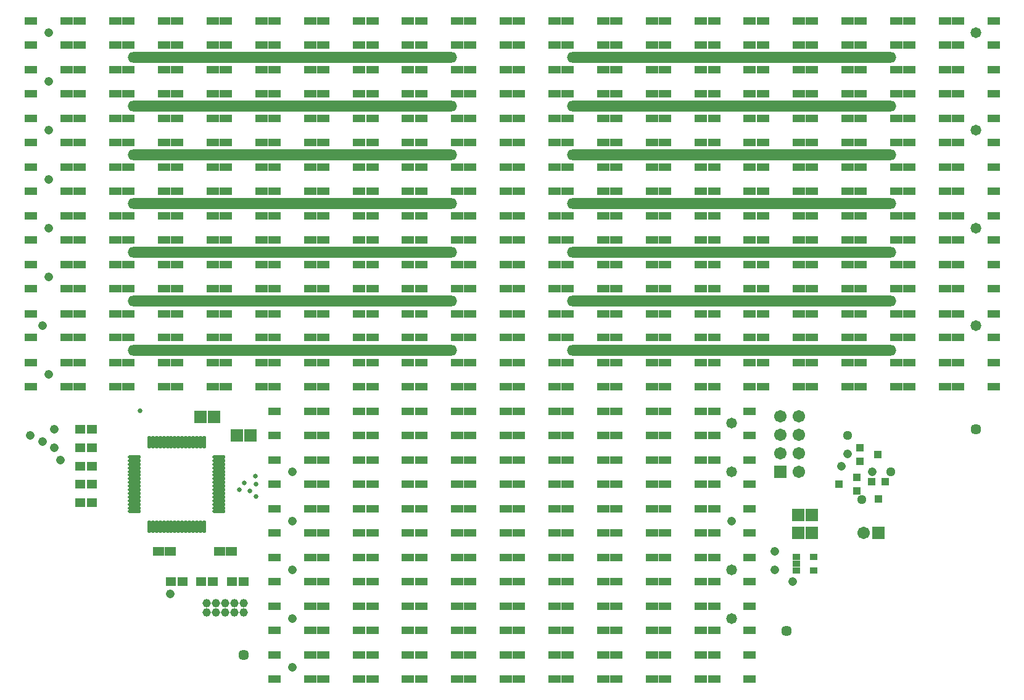
<source format=gts>
G04*
G04 #@! TF.GenerationSoftware,Altium Limited,Altium Designer,20.1.14 (287)*
G04*
G04 Layer_Color=8388736*
%FSLAX25Y25*%
%MOIN*%
G70*
G04*
G04 #@! TF.SameCoordinates,FB09635C-FFB3-414F-8314-2C795C5734A7*
G04*
G04*
G04 #@! TF.FilePolarity,Negative*
G04*
G01*
G75*
%ADD23R,0.04362X0.03378*%
%ADD24R,0.06724X0.04362*%
%ADD25R,0.05347X0.04756*%
%ADD26O,0.07118X0.02197*%
%ADD27O,0.02197X0.07118*%
%ADD28R,0.06528X0.06921*%
%ADD29R,0.05937X0.04953*%
%ADD30R,0.03969X0.03969*%
%ADD31R,0.03969X0.03969*%
%ADD32C,0.04606*%
%ADD33R,0.06724X0.06724*%
%ADD34C,0.06724*%
%ADD35O,1.77984X0.05740*%
%ADD36C,0.05701*%
%ADD37R,0.06724X0.06724*%
%ADD38C,0.02591*%
%ADD39C,0.04756*%
%ADD40C,0.05102*%
%ADD41C,0.05819*%
D23*
X423917Y79577D02*
D03*
Y75837D02*
D03*
Y72097D02*
D03*
X433366D02*
D03*
Y79577D02*
D03*
D24*
X379429Y26280D02*
D03*
Y13287D02*
D03*
X398721D02*
D03*
Y26280D02*
D03*
X353051D02*
D03*
Y13287D02*
D03*
X372342D02*
D03*
Y26280D02*
D03*
X326673D02*
D03*
Y13287D02*
D03*
X345965D02*
D03*
Y26280D02*
D03*
X300295D02*
D03*
Y13287D02*
D03*
X319587D02*
D03*
Y26280D02*
D03*
X273917D02*
D03*
Y13287D02*
D03*
X293209D02*
D03*
Y26280D02*
D03*
X247539D02*
D03*
Y13287D02*
D03*
X266831D02*
D03*
Y26280D02*
D03*
X221161D02*
D03*
Y13287D02*
D03*
X240453D02*
D03*
Y26280D02*
D03*
X194783D02*
D03*
Y13287D02*
D03*
X214075D02*
D03*
Y26280D02*
D03*
X168405D02*
D03*
Y13287D02*
D03*
X187697D02*
D03*
Y26280D02*
D03*
X142028D02*
D03*
Y13287D02*
D03*
X161319D02*
D03*
Y26280D02*
D03*
X379429Y52658D02*
D03*
Y39665D02*
D03*
X398721D02*
D03*
Y52658D02*
D03*
X353051D02*
D03*
Y39665D02*
D03*
X372342D02*
D03*
Y52658D02*
D03*
X326673D02*
D03*
Y39665D02*
D03*
X345965D02*
D03*
Y52658D02*
D03*
X300295D02*
D03*
Y39665D02*
D03*
X319587D02*
D03*
Y52658D02*
D03*
X273917D02*
D03*
Y39665D02*
D03*
X293209D02*
D03*
Y52658D02*
D03*
X247539D02*
D03*
Y39665D02*
D03*
X266831D02*
D03*
Y52658D02*
D03*
X221161D02*
D03*
Y39665D02*
D03*
X240453D02*
D03*
Y52658D02*
D03*
X194783D02*
D03*
Y39665D02*
D03*
X214075D02*
D03*
Y52658D02*
D03*
X168405D02*
D03*
Y39665D02*
D03*
X187697D02*
D03*
Y52658D02*
D03*
X142028D02*
D03*
Y39665D02*
D03*
X161319D02*
D03*
Y52658D02*
D03*
X379429Y79035D02*
D03*
Y66043D02*
D03*
X398721D02*
D03*
Y79035D02*
D03*
X353051D02*
D03*
Y66043D02*
D03*
X372342D02*
D03*
Y79035D02*
D03*
X326673D02*
D03*
Y66043D02*
D03*
X345965D02*
D03*
Y79035D02*
D03*
X300295D02*
D03*
Y66043D02*
D03*
X319587D02*
D03*
Y79035D02*
D03*
X273917D02*
D03*
Y66043D02*
D03*
X293209D02*
D03*
Y79035D02*
D03*
X247539D02*
D03*
Y66043D02*
D03*
X266831D02*
D03*
Y79035D02*
D03*
X221161D02*
D03*
Y66043D02*
D03*
X240453D02*
D03*
Y79035D02*
D03*
X194783D02*
D03*
Y66043D02*
D03*
X214075D02*
D03*
Y79035D02*
D03*
X168405D02*
D03*
Y66043D02*
D03*
X187697D02*
D03*
Y79035D02*
D03*
X142028D02*
D03*
Y66043D02*
D03*
X161319D02*
D03*
Y79035D02*
D03*
X379429Y105413D02*
D03*
Y92421D02*
D03*
X398721D02*
D03*
Y105413D02*
D03*
X353051D02*
D03*
Y92421D02*
D03*
X372342D02*
D03*
Y105413D02*
D03*
X326673D02*
D03*
Y92421D02*
D03*
X345965D02*
D03*
Y105413D02*
D03*
X300295D02*
D03*
Y92421D02*
D03*
X319587D02*
D03*
Y105413D02*
D03*
X273917D02*
D03*
Y92421D02*
D03*
X293209D02*
D03*
Y105413D02*
D03*
X247539D02*
D03*
Y92421D02*
D03*
X266831D02*
D03*
Y105413D02*
D03*
X221161D02*
D03*
Y92421D02*
D03*
X240453D02*
D03*
Y105413D02*
D03*
X194783D02*
D03*
Y92421D02*
D03*
X214075D02*
D03*
Y105413D02*
D03*
X168405D02*
D03*
Y92421D02*
D03*
X187697D02*
D03*
Y105413D02*
D03*
X142028D02*
D03*
Y92421D02*
D03*
X161319D02*
D03*
Y105413D02*
D03*
X379429Y131791D02*
D03*
Y118799D02*
D03*
X398721D02*
D03*
Y131791D02*
D03*
X353051D02*
D03*
Y118799D02*
D03*
X372342D02*
D03*
Y131791D02*
D03*
X326673D02*
D03*
Y118799D02*
D03*
X345965D02*
D03*
Y131791D02*
D03*
X300295D02*
D03*
Y118799D02*
D03*
X319587D02*
D03*
Y131791D02*
D03*
X273917D02*
D03*
Y118799D02*
D03*
X293209D02*
D03*
Y131791D02*
D03*
X247539D02*
D03*
Y118799D02*
D03*
X266831D02*
D03*
Y131791D02*
D03*
X221161D02*
D03*
Y118799D02*
D03*
X240453D02*
D03*
Y131791D02*
D03*
X194783D02*
D03*
Y118799D02*
D03*
X214075D02*
D03*
Y131791D02*
D03*
X168405D02*
D03*
Y118799D02*
D03*
X187697D02*
D03*
Y131791D02*
D03*
X142028D02*
D03*
Y118799D02*
D03*
X161319D02*
D03*
Y131791D02*
D03*
X379429Y158169D02*
D03*
Y145177D02*
D03*
X398721D02*
D03*
Y158169D02*
D03*
X353051D02*
D03*
Y145177D02*
D03*
X372342D02*
D03*
Y158169D02*
D03*
X326673D02*
D03*
Y145177D02*
D03*
X345965D02*
D03*
Y158169D02*
D03*
X300295D02*
D03*
Y145177D02*
D03*
X319587D02*
D03*
Y158169D02*
D03*
X273917D02*
D03*
Y145177D02*
D03*
X293209D02*
D03*
Y158169D02*
D03*
X247539D02*
D03*
Y145177D02*
D03*
X266831D02*
D03*
Y158169D02*
D03*
X221161D02*
D03*
Y145177D02*
D03*
X240453D02*
D03*
Y158169D02*
D03*
X194783D02*
D03*
Y145177D02*
D03*
X214075D02*
D03*
Y158169D02*
D03*
X168405D02*
D03*
Y145177D02*
D03*
X187697D02*
D03*
Y158169D02*
D03*
X142028D02*
D03*
Y145177D02*
D03*
X161319D02*
D03*
Y158169D02*
D03*
X511319Y184547D02*
D03*
Y171555D02*
D03*
X530610D02*
D03*
Y184547D02*
D03*
X484941D02*
D03*
Y171555D02*
D03*
X504232D02*
D03*
Y184547D02*
D03*
X458563D02*
D03*
Y171555D02*
D03*
X477854D02*
D03*
Y184547D02*
D03*
X432185D02*
D03*
Y171555D02*
D03*
X451476D02*
D03*
Y184547D02*
D03*
X405807D02*
D03*
Y171555D02*
D03*
X425098D02*
D03*
Y184547D02*
D03*
X379429D02*
D03*
Y171555D02*
D03*
X398721D02*
D03*
Y184547D02*
D03*
X353051D02*
D03*
Y171555D02*
D03*
X372342D02*
D03*
Y184547D02*
D03*
X326673D02*
D03*
Y171555D02*
D03*
X345965D02*
D03*
Y184547D02*
D03*
X300295D02*
D03*
Y171555D02*
D03*
X319587D02*
D03*
Y184547D02*
D03*
X273917D02*
D03*
Y171555D02*
D03*
X293209D02*
D03*
Y184547D02*
D03*
X247539D02*
D03*
Y171555D02*
D03*
X266831D02*
D03*
Y184547D02*
D03*
X221161D02*
D03*
Y171555D02*
D03*
X240453D02*
D03*
Y184547D02*
D03*
X194783D02*
D03*
Y171555D02*
D03*
X214075D02*
D03*
Y184547D02*
D03*
X168405D02*
D03*
Y171555D02*
D03*
X187697D02*
D03*
Y184547D02*
D03*
X142028D02*
D03*
Y171555D02*
D03*
X161319D02*
D03*
Y184547D02*
D03*
X115650D02*
D03*
Y171555D02*
D03*
X134941D02*
D03*
Y184547D02*
D03*
X89272D02*
D03*
Y171555D02*
D03*
X108563D02*
D03*
Y184547D02*
D03*
X62894D02*
D03*
Y171555D02*
D03*
X82185D02*
D03*
Y184547D02*
D03*
X36516D02*
D03*
Y171555D02*
D03*
X55807D02*
D03*
Y184547D02*
D03*
X10138D02*
D03*
Y171555D02*
D03*
X29429D02*
D03*
Y184547D02*
D03*
X511319Y210925D02*
D03*
Y197933D02*
D03*
X530610D02*
D03*
Y210925D02*
D03*
X484941D02*
D03*
Y197933D02*
D03*
X504232D02*
D03*
Y210925D02*
D03*
X458563D02*
D03*
Y197933D02*
D03*
X477854D02*
D03*
Y210925D02*
D03*
X432185D02*
D03*
Y197933D02*
D03*
X451476D02*
D03*
Y210925D02*
D03*
X405807D02*
D03*
Y197933D02*
D03*
X425098D02*
D03*
Y210925D02*
D03*
X379429D02*
D03*
Y197933D02*
D03*
X398721D02*
D03*
Y210925D02*
D03*
X353051D02*
D03*
Y197933D02*
D03*
X372342D02*
D03*
Y210925D02*
D03*
X326673D02*
D03*
Y197933D02*
D03*
X345965D02*
D03*
Y210925D02*
D03*
X300295D02*
D03*
Y197933D02*
D03*
X319587D02*
D03*
Y210925D02*
D03*
X273917D02*
D03*
Y197933D02*
D03*
X293209D02*
D03*
Y210925D02*
D03*
X247539D02*
D03*
Y197933D02*
D03*
X266831D02*
D03*
Y210925D02*
D03*
X221161D02*
D03*
Y197933D02*
D03*
X240453D02*
D03*
Y210925D02*
D03*
X194783D02*
D03*
Y197933D02*
D03*
X214075D02*
D03*
Y210925D02*
D03*
X168405D02*
D03*
Y197933D02*
D03*
X187697D02*
D03*
Y210925D02*
D03*
X142028D02*
D03*
Y197933D02*
D03*
X161319D02*
D03*
Y210925D02*
D03*
X115650D02*
D03*
Y197933D02*
D03*
X134941D02*
D03*
Y210925D02*
D03*
X89272D02*
D03*
Y197933D02*
D03*
X108563D02*
D03*
Y210925D02*
D03*
X62894D02*
D03*
Y197933D02*
D03*
X82185D02*
D03*
Y210925D02*
D03*
X36516D02*
D03*
Y197933D02*
D03*
X55807D02*
D03*
Y210925D02*
D03*
X10138D02*
D03*
Y197933D02*
D03*
X29429D02*
D03*
Y210925D02*
D03*
X511319Y237303D02*
D03*
Y224311D02*
D03*
X530610D02*
D03*
Y237303D02*
D03*
X484941D02*
D03*
Y224311D02*
D03*
X504232D02*
D03*
Y237303D02*
D03*
X458563D02*
D03*
Y224311D02*
D03*
X477854D02*
D03*
Y237303D02*
D03*
X432185D02*
D03*
Y224311D02*
D03*
X451476D02*
D03*
Y237303D02*
D03*
X405807D02*
D03*
Y224311D02*
D03*
X425098D02*
D03*
Y237303D02*
D03*
X379429D02*
D03*
Y224311D02*
D03*
X398721D02*
D03*
Y237303D02*
D03*
X353051D02*
D03*
Y224311D02*
D03*
X372342D02*
D03*
Y237303D02*
D03*
X326673D02*
D03*
Y224311D02*
D03*
X345965D02*
D03*
Y237303D02*
D03*
X300295D02*
D03*
Y224311D02*
D03*
X319587D02*
D03*
Y237303D02*
D03*
X273917D02*
D03*
Y224311D02*
D03*
X293209D02*
D03*
Y237303D02*
D03*
X247539D02*
D03*
Y224311D02*
D03*
X266831D02*
D03*
Y237303D02*
D03*
X221161D02*
D03*
Y224311D02*
D03*
X240453D02*
D03*
Y237303D02*
D03*
X194783D02*
D03*
Y224311D02*
D03*
X214075D02*
D03*
Y237303D02*
D03*
X168405D02*
D03*
Y224311D02*
D03*
X187697D02*
D03*
Y237303D02*
D03*
X142028D02*
D03*
Y224311D02*
D03*
X161319D02*
D03*
Y237303D02*
D03*
X115650D02*
D03*
Y224311D02*
D03*
X134941D02*
D03*
Y237303D02*
D03*
X89272D02*
D03*
Y224311D02*
D03*
X108563D02*
D03*
Y237303D02*
D03*
X62894D02*
D03*
Y224311D02*
D03*
X82185D02*
D03*
Y237303D02*
D03*
X36516D02*
D03*
Y224311D02*
D03*
X55807D02*
D03*
Y237303D02*
D03*
X10138D02*
D03*
Y224311D02*
D03*
X29429D02*
D03*
Y237303D02*
D03*
X511319Y263681D02*
D03*
Y250689D02*
D03*
X530610D02*
D03*
Y263681D02*
D03*
X484941D02*
D03*
Y250689D02*
D03*
X504232D02*
D03*
Y263681D02*
D03*
X458563D02*
D03*
Y250689D02*
D03*
X477854D02*
D03*
Y263681D02*
D03*
X432185D02*
D03*
Y250689D02*
D03*
X451476D02*
D03*
Y263681D02*
D03*
X405807D02*
D03*
Y250689D02*
D03*
X425098D02*
D03*
Y263681D02*
D03*
X379429D02*
D03*
Y250689D02*
D03*
X398721D02*
D03*
Y263681D02*
D03*
X353051D02*
D03*
Y250689D02*
D03*
X372342D02*
D03*
Y263681D02*
D03*
X326673D02*
D03*
Y250689D02*
D03*
X345965D02*
D03*
Y263681D02*
D03*
X300295D02*
D03*
Y250689D02*
D03*
X319587D02*
D03*
Y263681D02*
D03*
X273917D02*
D03*
Y250689D02*
D03*
X293209D02*
D03*
Y263681D02*
D03*
X247539D02*
D03*
Y250689D02*
D03*
X266831D02*
D03*
Y263681D02*
D03*
X221161D02*
D03*
Y250689D02*
D03*
X240453D02*
D03*
Y263681D02*
D03*
X194783D02*
D03*
Y250689D02*
D03*
X214075D02*
D03*
Y263681D02*
D03*
X168405D02*
D03*
Y250689D02*
D03*
X187697D02*
D03*
Y263681D02*
D03*
X142028D02*
D03*
Y250689D02*
D03*
X161319D02*
D03*
Y263681D02*
D03*
X115650D02*
D03*
Y250689D02*
D03*
X134941D02*
D03*
Y263681D02*
D03*
X89272D02*
D03*
Y250689D02*
D03*
X108563D02*
D03*
Y263681D02*
D03*
X62894D02*
D03*
Y250689D02*
D03*
X82185D02*
D03*
Y263681D02*
D03*
X36516D02*
D03*
Y250689D02*
D03*
X55807D02*
D03*
Y263681D02*
D03*
X10138D02*
D03*
Y250689D02*
D03*
X29429D02*
D03*
Y263681D02*
D03*
X511319Y290059D02*
D03*
Y277067D02*
D03*
X530610D02*
D03*
Y290059D02*
D03*
X484941D02*
D03*
Y277067D02*
D03*
X504232D02*
D03*
Y290059D02*
D03*
X458563D02*
D03*
Y277067D02*
D03*
X477854D02*
D03*
Y290059D02*
D03*
X432185D02*
D03*
Y277067D02*
D03*
X451476D02*
D03*
Y290059D02*
D03*
X405807D02*
D03*
Y277067D02*
D03*
X425098D02*
D03*
Y290059D02*
D03*
X379429D02*
D03*
Y277067D02*
D03*
X398721D02*
D03*
Y290059D02*
D03*
X353051D02*
D03*
Y277067D02*
D03*
X372342D02*
D03*
Y290059D02*
D03*
X326673D02*
D03*
Y277067D02*
D03*
X345965D02*
D03*
Y290059D02*
D03*
X300295D02*
D03*
Y277067D02*
D03*
X319587D02*
D03*
Y290059D02*
D03*
X273917D02*
D03*
Y277067D02*
D03*
X293209D02*
D03*
Y290059D02*
D03*
X247539D02*
D03*
Y277067D02*
D03*
X266831D02*
D03*
Y290059D02*
D03*
X221161D02*
D03*
Y277067D02*
D03*
X240453D02*
D03*
Y290059D02*
D03*
X194783D02*
D03*
Y277067D02*
D03*
X214075D02*
D03*
Y290059D02*
D03*
X168405D02*
D03*
Y277067D02*
D03*
X187697D02*
D03*
Y290059D02*
D03*
X142028D02*
D03*
Y277067D02*
D03*
X161319D02*
D03*
Y290059D02*
D03*
X115650D02*
D03*
Y277067D02*
D03*
X134941D02*
D03*
Y290059D02*
D03*
X89272D02*
D03*
Y277067D02*
D03*
X108563D02*
D03*
Y290059D02*
D03*
X62894D02*
D03*
Y277067D02*
D03*
X82185D02*
D03*
Y290059D02*
D03*
X36516D02*
D03*
Y277067D02*
D03*
X55807D02*
D03*
Y290059D02*
D03*
X10138D02*
D03*
Y277067D02*
D03*
X29429D02*
D03*
Y290059D02*
D03*
X511319Y316437D02*
D03*
Y303445D02*
D03*
X530610D02*
D03*
Y316437D02*
D03*
X484941D02*
D03*
Y303445D02*
D03*
X504232D02*
D03*
Y316437D02*
D03*
X458563D02*
D03*
Y303445D02*
D03*
X477854D02*
D03*
Y316437D02*
D03*
X432185D02*
D03*
Y303445D02*
D03*
X451476D02*
D03*
Y316437D02*
D03*
X405807D02*
D03*
Y303445D02*
D03*
X425098D02*
D03*
Y316437D02*
D03*
X379429D02*
D03*
Y303445D02*
D03*
X398721D02*
D03*
Y316437D02*
D03*
X353051D02*
D03*
Y303445D02*
D03*
X372342D02*
D03*
Y316437D02*
D03*
X326673D02*
D03*
Y303445D02*
D03*
X345965D02*
D03*
Y316437D02*
D03*
X300295D02*
D03*
Y303445D02*
D03*
X319587D02*
D03*
Y316437D02*
D03*
X273917D02*
D03*
Y303445D02*
D03*
X293209D02*
D03*
Y316437D02*
D03*
X247539D02*
D03*
Y303445D02*
D03*
X266831D02*
D03*
Y316437D02*
D03*
X221161D02*
D03*
Y303445D02*
D03*
X240453D02*
D03*
Y316437D02*
D03*
X194783D02*
D03*
Y303445D02*
D03*
X214075D02*
D03*
Y316437D02*
D03*
X168405D02*
D03*
Y303445D02*
D03*
X187697D02*
D03*
Y316437D02*
D03*
X142028D02*
D03*
Y303445D02*
D03*
X161319D02*
D03*
Y316437D02*
D03*
X115650D02*
D03*
Y303445D02*
D03*
X134941D02*
D03*
Y316437D02*
D03*
X89272D02*
D03*
Y303445D02*
D03*
X108563D02*
D03*
Y316437D02*
D03*
X62894D02*
D03*
Y303445D02*
D03*
X82185D02*
D03*
Y316437D02*
D03*
X36516D02*
D03*
Y303445D02*
D03*
X55807D02*
D03*
Y316437D02*
D03*
X10138D02*
D03*
Y303445D02*
D03*
X29429D02*
D03*
Y316437D02*
D03*
X511319Y342815D02*
D03*
Y329823D02*
D03*
X530610D02*
D03*
Y342815D02*
D03*
X484941D02*
D03*
Y329823D02*
D03*
X504232D02*
D03*
Y342815D02*
D03*
X458563D02*
D03*
Y329823D02*
D03*
X477854D02*
D03*
Y342815D02*
D03*
X432185D02*
D03*
Y329823D02*
D03*
X451476D02*
D03*
Y342815D02*
D03*
X405807D02*
D03*
Y329823D02*
D03*
X425098D02*
D03*
Y342815D02*
D03*
X379429D02*
D03*
Y329823D02*
D03*
X398721D02*
D03*
Y342815D02*
D03*
X353051D02*
D03*
Y329823D02*
D03*
X372342D02*
D03*
Y342815D02*
D03*
X326673D02*
D03*
Y329823D02*
D03*
X345965D02*
D03*
Y342815D02*
D03*
X300295D02*
D03*
Y329823D02*
D03*
X319587D02*
D03*
Y342815D02*
D03*
X273917D02*
D03*
Y329823D02*
D03*
X293209D02*
D03*
Y342815D02*
D03*
X247539D02*
D03*
Y329823D02*
D03*
X266831D02*
D03*
Y342815D02*
D03*
X221161D02*
D03*
Y329823D02*
D03*
X240453D02*
D03*
Y342815D02*
D03*
X194783D02*
D03*
Y329823D02*
D03*
X214075D02*
D03*
Y342815D02*
D03*
X168405D02*
D03*
Y329823D02*
D03*
X187697D02*
D03*
Y342815D02*
D03*
X142028D02*
D03*
Y329823D02*
D03*
X161319D02*
D03*
Y342815D02*
D03*
X115650D02*
D03*
Y329823D02*
D03*
X134941D02*
D03*
Y342815D02*
D03*
X89272D02*
D03*
Y329823D02*
D03*
X108563D02*
D03*
Y342815D02*
D03*
X62894D02*
D03*
Y329823D02*
D03*
X82185D02*
D03*
Y342815D02*
D03*
X36516D02*
D03*
Y329823D02*
D03*
X55807D02*
D03*
Y342815D02*
D03*
X10138D02*
D03*
Y329823D02*
D03*
X29429D02*
D03*
Y342815D02*
D03*
X511319Y369193D02*
D03*
Y356201D02*
D03*
X530610D02*
D03*
Y369193D02*
D03*
X484941D02*
D03*
Y356201D02*
D03*
X504232D02*
D03*
Y369193D02*
D03*
X458563D02*
D03*
Y356201D02*
D03*
X477854D02*
D03*
Y369193D02*
D03*
X432185D02*
D03*
Y356201D02*
D03*
X451476D02*
D03*
Y369193D02*
D03*
X405807D02*
D03*
Y356201D02*
D03*
X425098D02*
D03*
Y369193D02*
D03*
X379429D02*
D03*
Y356201D02*
D03*
X398721D02*
D03*
Y369193D02*
D03*
X353051D02*
D03*
Y356201D02*
D03*
X372342D02*
D03*
Y369193D02*
D03*
X326673D02*
D03*
Y356201D02*
D03*
X345965D02*
D03*
Y369193D02*
D03*
X300295D02*
D03*
Y356201D02*
D03*
X319587D02*
D03*
Y369193D02*
D03*
X273917D02*
D03*
Y356201D02*
D03*
X293209D02*
D03*
Y369193D02*
D03*
X247539D02*
D03*
Y356201D02*
D03*
X266831D02*
D03*
Y369193D02*
D03*
X221161D02*
D03*
Y356201D02*
D03*
X240453D02*
D03*
Y369193D02*
D03*
X194783D02*
D03*
Y356201D02*
D03*
X214075D02*
D03*
Y369193D02*
D03*
X168405D02*
D03*
Y356201D02*
D03*
X187697D02*
D03*
Y369193D02*
D03*
X142028D02*
D03*
Y356201D02*
D03*
X161319D02*
D03*
Y369193D02*
D03*
X115650D02*
D03*
Y356201D02*
D03*
X134941D02*
D03*
Y369193D02*
D03*
X89272D02*
D03*
Y356201D02*
D03*
X108563D02*
D03*
Y369193D02*
D03*
X62894D02*
D03*
Y356201D02*
D03*
X82185D02*
D03*
Y369193D02*
D03*
X36516D02*
D03*
Y356201D02*
D03*
X55807D02*
D03*
Y369193D02*
D03*
X10138D02*
D03*
Y356201D02*
D03*
X29429D02*
D03*
Y369193D02*
D03*
D25*
X43315Y128593D02*
D03*
X36819D02*
D03*
X43315Y148376D02*
D03*
X36819D02*
D03*
X43315Y138484D02*
D03*
X36819D02*
D03*
X43315Y108809D02*
D03*
X36819D02*
D03*
X43315Y118701D02*
D03*
X36819D02*
D03*
X118799Y65945D02*
D03*
X125295D02*
D03*
X102264D02*
D03*
X108760D02*
D03*
X85778D02*
D03*
X92274D02*
D03*
D26*
X66191Y133465D02*
D03*
Y131496D02*
D03*
Y129528D02*
D03*
Y127559D02*
D03*
Y125591D02*
D03*
Y123622D02*
D03*
Y121653D02*
D03*
Y119685D02*
D03*
Y117717D02*
D03*
Y115748D02*
D03*
Y113779D02*
D03*
Y111811D02*
D03*
Y109843D02*
D03*
Y107874D02*
D03*
Y105905D02*
D03*
Y103937D02*
D03*
X111860D02*
D03*
Y105905D02*
D03*
Y107874D02*
D03*
Y109843D02*
D03*
Y111811D02*
D03*
Y113779D02*
D03*
Y115748D02*
D03*
Y117717D02*
D03*
Y119685D02*
D03*
Y121653D02*
D03*
Y123622D02*
D03*
Y125591D02*
D03*
Y127559D02*
D03*
Y129528D02*
D03*
Y131496D02*
D03*
Y133465D02*
D03*
D27*
X74262Y95866D02*
D03*
X76230D02*
D03*
X78199D02*
D03*
X80167D02*
D03*
X82136D02*
D03*
X84104D02*
D03*
X86073D02*
D03*
X88041D02*
D03*
X90010D02*
D03*
X91978D02*
D03*
X93947D02*
D03*
X95915D02*
D03*
X97884D02*
D03*
X99852D02*
D03*
X101821D02*
D03*
X103789D02*
D03*
Y141535D02*
D03*
X101821D02*
D03*
X99852D02*
D03*
X97884D02*
D03*
X95915D02*
D03*
X93947D02*
D03*
X91978D02*
D03*
X90010D02*
D03*
X88041D02*
D03*
X86073D02*
D03*
X84104D02*
D03*
X82136D02*
D03*
X80167D02*
D03*
X78199D02*
D03*
X76230D02*
D03*
X74262D02*
D03*
D28*
X101870Y154971D02*
D03*
X109153D02*
D03*
X121653Y145079D02*
D03*
X128937D02*
D03*
X432283Y102215D02*
D03*
X425000D02*
D03*
Y92323D02*
D03*
X432283D02*
D03*
D29*
X118701Y82431D02*
D03*
X112402D02*
D03*
X79282D02*
D03*
X85581D02*
D03*
D30*
X468209Y110679D02*
D03*
X464468Y120128D02*
D03*
X471949D02*
D03*
D31*
X446998Y118701D02*
D03*
X456447Y122441D02*
D03*
Y114961D02*
D03*
X467766Y134744D02*
D03*
X458317Y131004D02*
D03*
Y138484D02*
D03*
D32*
X125403Y49459D02*
D03*
Y54459D02*
D03*
X120404Y49459D02*
D03*
X115403D02*
D03*
X120404Y54459D02*
D03*
X115403D02*
D03*
X110404Y49459D02*
D03*
X105403D02*
D03*
X110404Y54459D02*
D03*
X105403D02*
D03*
D33*
X468209Y92323D02*
D03*
D34*
X460335D02*
D03*
X425345Y155295D02*
D03*
X415344D02*
D03*
X425345Y145295D02*
D03*
X415344D02*
D03*
X425345Y135295D02*
D03*
X415344D02*
D03*
X425345Y125295D02*
D03*
D35*
X151673Y191240D02*
D03*
Y217618D02*
D03*
Y243996D02*
D03*
Y270374D02*
D03*
Y296752D02*
D03*
X389075Y191240D02*
D03*
Y217618D02*
D03*
Y243996D02*
D03*
Y270374D02*
D03*
Y296752D02*
D03*
Y323130D02*
D03*
Y349508D02*
D03*
X151673Y323130D02*
D03*
Y349508D02*
D03*
D36*
X520965Y148376D02*
D03*
X418750Y39567D02*
D03*
X125295Y26378D02*
D03*
D37*
X415344Y125295D02*
D03*
D38*
X131890Y112106D02*
D03*
X69242Y158268D02*
D03*
X131600Y123173D02*
D03*
X123033Y115797D02*
D03*
X128593Y115096D02*
D03*
X125573Y119468D02*
D03*
X131890Y118701D02*
D03*
D39*
X19783Y362697D02*
D03*
X16486Y141781D02*
D03*
X26378Y131890D02*
D03*
X412155Y72539D02*
D03*
X448425Y128593D02*
D03*
X451722Y135187D02*
D03*
X9892Y145079D02*
D03*
X23081Y148376D02*
D03*
Y138484D02*
D03*
X16486Y204429D02*
D03*
X19783Y178051D02*
D03*
Y257185D02*
D03*
Y309941D02*
D03*
X85728Y59350D02*
D03*
X151673Y72539D02*
D03*
X389075Y98917D02*
D03*
X422047Y65945D02*
D03*
X412155Y82431D02*
D03*
X464911Y125295D02*
D03*
X151673Y19783D02*
D03*
Y46161D02*
D03*
Y98917D02*
D03*
Y125295D02*
D03*
X19783Y230807D02*
D03*
Y283563D02*
D03*
Y336319D02*
D03*
D40*
X459323Y110352D02*
D03*
X451722Y145079D02*
D03*
X474803Y125295D02*
D03*
D41*
X389075Y46161D02*
D03*
Y72539D02*
D03*
Y125295D02*
D03*
Y151673D02*
D03*
X520965Y204429D02*
D03*
Y257185D02*
D03*
Y309941D02*
D03*
Y362697D02*
D03*
M02*

</source>
